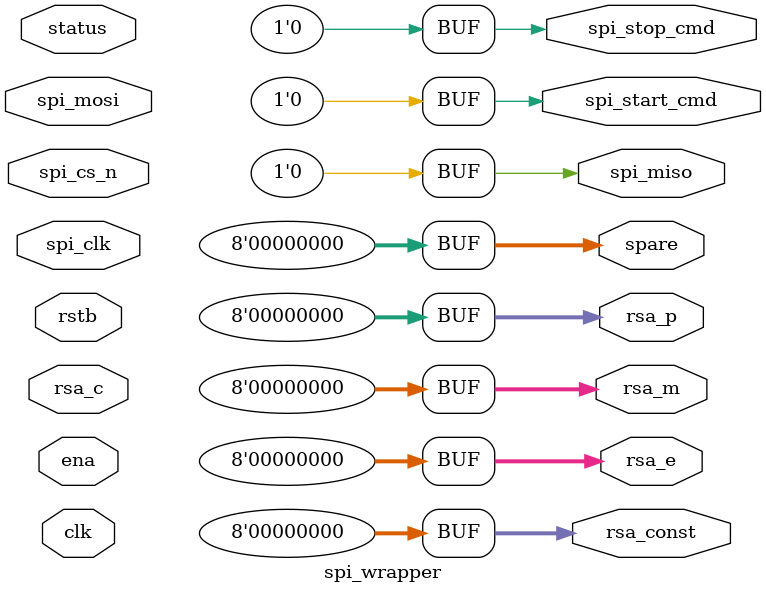
<source format=v>
module spi_wrapper #(parameter WIDTH = 8) (rstb, clk, ena, spi_cs_n, spi_clk, spi_mosi, spi_miso, spi_start_cmd, spi_stop_cmd, rsa_p, rsa_e, rsa_m, rsa_const, rsa_c, status, spare);

  input rstb;
  input clk;
  input ena;

  input spi_cs_n;
  input spi_clk;
  input spi_mosi;
  output spi_miso;

  output spi_start_cmd;
  output spi_stop_cmd;

  output [WIDTH-1:0] rsa_p;
  output [WIDTH-1:0] rsa_e;
  output [WIDTH-1:0] rsa_m;
  output [WIDTH-1:0] rsa_const;
  input [WIDTH-1:0] rsa_c;

  input [WIDTH-1:0] status;
  output [WIDTH-1:0] spare;

  // Drive outputs with zero for now
  assign spi_miso = 1'b0;
  assign spi_start_cmd = 1'b0;
  assign spi_stop_cmd = 1'b0;
  assign rsa_p = '0;
  assign rsa_e = '0;
  assign rsa_m = '0;
  assign rsa_const = '0;
  assign spare = '0; 

endmodule

</source>
